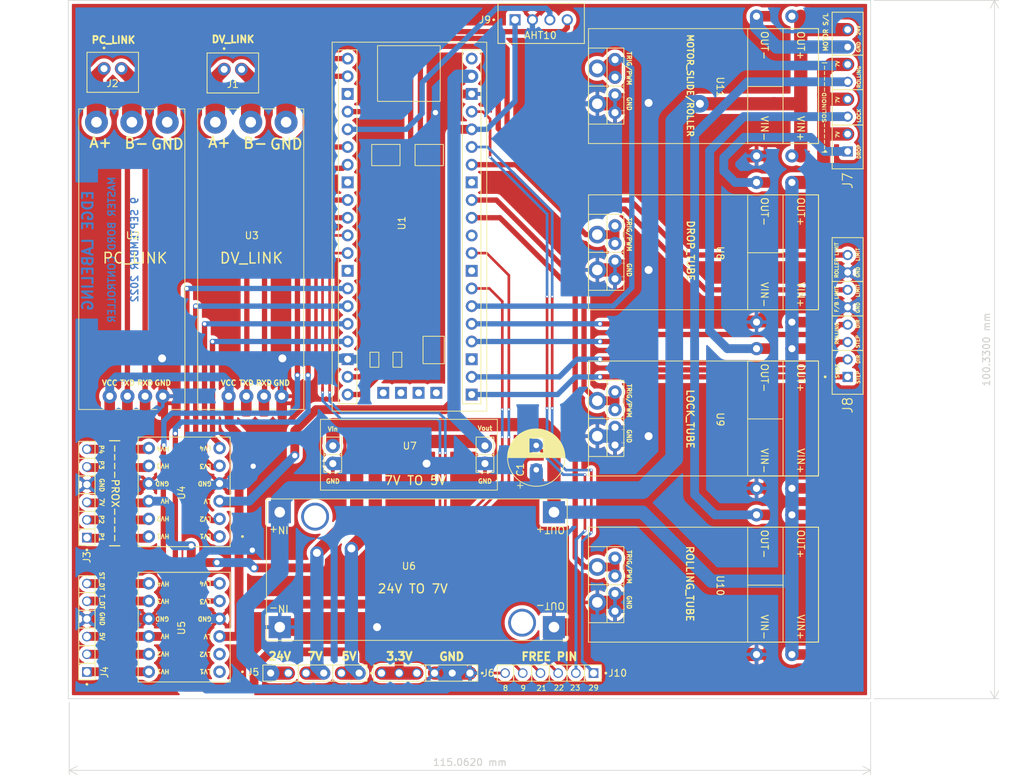
<source format=kicad_pcb>
(kicad_pcb (version 20211014) (generator pcbnew)
  (layers (0 "F.Cu" signal) (31 "B.Cu" signal) (34 "B.Paste" user) (35 "F.Paste" user) (36 "B.SilkS" user "B.Silkscreen") (37 "F.SilkS" user "F.Silkscreen") (38 "B.Mask" user) (39 "F.Mask" user) (44 "Edge.Cuts" user))
  (net 0 "")
  (net 2 "Rolling_Solinoid")
  (net 3 "Lock_Solinoid")
  (net 4 "Drop_Solinoid")
  (net 5 "PIN_23")
  (net 6 "PIN_29")
  (net 13 "PC_LINK_PIN0")
  (net 14 "PC_LINK_PIN1")
  (net 15 "DV_LINK_PIN4")
  (net 16 "DV_LINK_PIN5")
  (net 17 "3.3V")
  (net 18 "GND")
  (net 20 "7V")
  (net 21 "5V")
  (net 24 "PROX4")
  (net 25 "PROX3")
  (net 26 "PROX2")
  (net 27 "PROX1")
  (net 28 "ST_DT")
  (net 29 "TUBE_DT")
  (net 36 "Net-(J1-Pad1)")
  (net 37 "Net-(J1-Pad2)")
  (net 38 "Net-(J2-Pad1)")
  (net 39 "Net-(J2-Pad2)")
  (net 40 "Net-(J3-Pad1)")
  (net 41 "Net-(J3-Pad2)")
  (net 42 "Net-(J3-Pad5)")
  (net 43 "Net-(J3-Pad6)")
  (net 44 "Net-(J4-Pad1)")
  (net 45 "Net-(J4-Pad2)")
  (net 46 "Net-(J4-Pad5)")
  (net 47 "Net-(J4-Pad6)")
  (net 48 "24V")
  (net 49 "Lock_Tube")
  (net 50 "Drop_Tube")
  (net 51 "Rolling_tube")
  (net 52 "Slide & Rolling")
  (net 53 "Relay_Slide & Rolling")
  (net 54 "Sliding_step")
  (net 55 "Sliding_DIR")
  (net 56 "Rolling_step")
  (net 57 "Rolling_DIR")
  (net 58 "roller_limit")
  (net 59 "F{slash}B_limit")
  (net 60 "SCL")
  (net 61 "SDA")
  (net 62 "PIN_8")
  (net 63 "PIN_9")
  (net 64 "PIN_21")
  (net 65 "PIN_22")
  (footprint "4_CH_Shifter:4_CH_Shifter" (layer "F.Cu") (at 104.6427 130.556 180)
    (fp_text reference "U5")
    (fp_text value "757")
  )
  (footprint "XY_MOS:XY_MOS" (layer "F.Cu") (at 181.102 76.708 -90)
    (fp_text reference "U8")
    (fp_text value "XY_Mos")
  )
  (footprint "8pin:TE_177537-8" (layer "F.Cu") (at 199.898 53.34 90)
    (fp_text reference "J7")
    (fp_text value "177537-8")
  )
  (footprint "6pin:TE_3-644456-6" (layer "F.Cu") (at 129.7605 137.033 180)
    (fp_text reference "J5")
    (fp_text value "3-644456-6-6pin")
  )
  (footprint "2pin:JST_B2B-XH-A(LF)(SN)" (layer "F.Cu") (at 94.3864 50.1944 180)
    (fp_text reference "J2")
    (fp_text value "B2B-XH-A(LF)(SN)")
  )
  (footprint "6pin:TE_3-644456-6" (layer "F.Cu") (at 90.678 117.5685 90)
    (fp_text reference "J3")
    (fp_text value "3-644456-6-6pin")
  )
  (footprint "RS485_MODULE:RS485_MODULE" (layer "F.Cu") (at 97.282 74.676)
    (fp_text reference "U2")
    (fp_text value "RS485_Module")
  )
  (footprint "6pin:TE_3-644456-6" (layer "F.Cu") (at 163.4155 137.033 180)
    (fp_text reference "J10")
    (fp_text value "3-644456-6-6pin")
  )
  (footprint "Regurator_Module:24V_TO_7V_43mm_x_20mm" (layer "F.Cu") (at 137.287 121.158 180)
    (fp_text reference "U6")
    (fp_text value "24V_TO_7V_43mm_x_20mm")
  )
  (footprint "4_CH_Shifter:4_CH_Shifter" (layer "F.Cu") (at 104.6427 111.125 180)
    (fp_text reference "U4")
    (fp_text value "757")
  )
  (footprint "4pin:JST_B4B-XH-A(LF)(SN)" (layer "F.Cu") (at 152.146 43.18)
    (fp_text reference "J9")
    (fp_text value "B4B-XH-A(LF)(SN)")
  )
  (footprint "RS485_MODULE:RS485_MODULE" (layer "F.Cu") (at 114.3508 74.676)
    (fp_text reference "U3")
    (fp_text value "RS485_Module")
  )
  (footprint "Capacitor_THT:CP_Radial_D8.0mm_P3.50mm" (layer "F.Cu") (at 155.194 107.823 90)
    (fp_text reference "C1")
    (fp_text value "C")
  )
  (footprint "XY_MOS:XY_MOS" (layer "F.Cu") (at 181.102 52.832 -90)
    (fp_text reference "U11")
    (fp_text value "XY_Mos")
  )
  (footprint "XY_MOS:XY_MOS" (layer "F.Cu") (at 181.102 100.584 -90)
    (fp_text reference "U9")
    (fp_text value "XY_Mos")
  )
  (footprint "6pin:TE_3-644456-6" (layer "F.Cu") (at 145.669 137.033 180)
    (fp_text reference "J6")
    (fp_text value "3-644456-6-6pin")
  )
  (footprint "Regurator_Module:7V_TO_5V_Module" (layer "F.Cu") (at 137.033 104.902)
    (fp_text reference "U7")
    (fp_text value "7V_TO_5V_Module")
  )
  (footprint "RP2040_CHINA:RP2040_CHINA" (layer "F.Cu") (at 136.906 72.898)
    (fp_text reference "U1")
    (fp_text value "WeAct-RP2040-Pico")
  )
  (footprint "2pin:JST_B2B-XH-A(LF)(SN)" (layer "F.Cu") (at 111.633 50.296 180)
    (fp_text reference "J1")
    (fp_text value "B2B-XH-A(LF)(SN)")
  )
  (footprint "8pin:TE_177537-8" (layer "F.Cu") (at 199.898 85.725 90)
    (fp_text reference "J8")
    (fp_text value "177537-8")
  )
  (footprint "XY_MOS:XY_MOS" (layer "F.Cu") (at 181.102 124.46 -90)
    (fp_text reference "U10")
    (fp_text value "XY_Mos")
  )
  (footprint "6pin:TE_3-644456-6" (layer "F.Cu") (at 90.678 136.8725 90)
    (fp_text reference "J4")
    (fp_text value "3-644456-6-6pin")
  )
  (gr_line (start 197.673 58.293) (end 202.057 58.293) (layer "F.SilkS") (width 0.15))
  (gr_line (start 159.6136 138.1506) (end 159.6136 135.89) (layer "F.SilkS") (width 0.15))
  (gr_line (start 121.031 138.176) (end 121.031 135.89) (layer "F.SilkS") (width 0.15))
  (gr_line (start 91.821 133.096) (end 89.535 133.096) (layer "F.SilkS") (width 0.15))
  (gr_line (start 154.5336 138.176) (end 154.5336 135.89) (layer "F.SilkS") (width 0.15))
  (gr_line (start 91.821 116.332) (end 89.535 116.332) (layer "F.SilkS") (width 0.15))
  (gr_line (start 91.821 135.636) (end 89.535 135.636) (layer "F.SilkS") (width 0.15))
  (gr_line (start 91.821 128.016) (end 89.535 128.016) (layer "F.SilkS") (width 0.15))
  (gr_line (start 197.673 53.213) (end 202.057 53.213) (layer "F.SilkS") (width 0.15))
  (gr_line (start 139.319 138.201) (end 139.319 135.915) (layer "F.SilkS") (width 0.15))
  (gr_line (start 197.673 80.772) (end 202.057 80.772) (layer "F.SilkS") (width 0.15))
  (gr_line (start 197.673 85.725) (end 202.057 85.725) (layer "F.SilkS") (width 0.15))
  (gr_line (start 91.821 130.556) (end 89.535 130.556) (layer "F.SilkS") (width 0.15))
  (gr_line (start 125.984 138.176) (end 125.984 135.89) (layer "F.SilkS") (width 0.15))
  (gr_line (start 162.1028 138.176) (end 162.1028 135.89) (layer "F.SilkS") (width 0.15))
  (gr_line (start 157.0655 138.151) (end 157.0655 135.9408) (layer "F.SilkS") (width 0.15))
  (gr_line (start 197.706 48.26) (end 202.09 48.26) (layer "F.SilkS") (width 0.15))
  (gr_line (start 91.821 111.252) (end 89.535 111.252) (layer "F.SilkS") (width 0.15))
  (gr_line (start 91.821 113.792) (end 89.535 113.792) (layer "F.SilkS") (width 0.15))
  (gr_line (start 91.821 125.476) (end 89.535 125.476) (layer "F.SilkS") (width 0.15))
  (gr_line (start 91.821 106.172) (end 89.535 106.172) (layer "F.SilkS") (width 0.15))
  (gr_line (start 151.9428 138.1506) (end 151.9428 135.89) (layer "F.SilkS") (width 0.15))
  (gr_line (start 197.739 90.678) (end 202.057 90.678) (layer "F.SilkS") (width 0.15))
  (gr_line (start 91.821 108.712) (end 89.535 108.712) (layer "F.SilkS") (width 0.15))
  (gr_line (start 88.011 140.716) (end 203.2 140.716) (layer "Edge.Cuts") (width 0.1))
  (gr_line (start 203.2 40.386) (end 88.011 40.386) (layer "Edge.Cuts") (width 0.1))
  (gr_line (start 88.011 40.386) (end 88.011 140.716) (layer "Edge.Cuts") (width 0.1))
  (gr_line (start 203.2 140.716) (end 203.2 40.386) (layer "Edge.Cuts") (width 0.1))
  (gr_text "EDGE LABELING" (at 90.805 76.327 90) (layer "B.Cu") (effects (font (size 1.5 1.5) (thickness 0.3)) (justify mirror)))
  (gr_text "MASTER BORD CONTROLLER\n\n9 SEPTEMBER 2022" (at 95.885 76.2 90) (layer "B.Cu") (effects (font (size 1.016 1.016) (thickness 0.1905)) (justify mirror)))
  (gr_text "DROP_TUBE" (at 177.3428 76.3524 270) (layer "F.SilkS") (effects (font (size 1.016 1.016) (thickness 0.1905))))
  (gr_text "7V\n" (at 198.4756 54.7116 90) (layer "F.SilkS") (effects (font (size 0.508 0.508) (thickness 0.127))))
  (gr_text "9\n" (at 153.3144 139.192) (layer "F.SilkS") (effects (font (size 0.762 0.762) (thickness 0.127))))
  (gr_text "7V\n" (at 92.8116 112.4712 270) (layer "F.SilkS") (effects (font (size 0.635 0.635))))
  (gr_text "3.3V\n" (at 135.5344 134.62) (layer "F.SilkS") (effects (font (size 1.143 1.143) (thickness 0.28575))))
  (gr_text "23" (at 160.782 139.1412) (layer "F.SilkS") (effects (font (size 0.762 0.762) (thickness 0.127))))
  (gr_text "STEP" (at 201.3712 89.408 90) (layer "F.SilkS") (effects (font (size 0.508 0.508) (thickness 0.127))))
  (gr_text "F/B LIMIT\n" (at 198.3232 83.312 90) (layer "F.SilkS") (effects (font (size 0.508 0.508) (thickness 0.127))))
  (gr_text "T_DT" (at 92.8624 126.7968 270) (layer "F.SilkS") (effects (font (size 0.635 0.635))))
  (gr_text "5V\n" (at 92.8624 131.7752 270) (layer "F.SilkS") (effects (font (size 0.635 0.635))))
  (gr_text "GND" (at 201.3712 79.4512 90) (layer "F.SilkS") (effects (font (size 0.508 0.508) (thickness 0.127))))
  (gr_text "P4" (at 92.7608 104.902 270) (layer "F.SilkS") (effects (font (size 0.635 0.635))))
  (gr_text "21" (at 155.956 139.192) (layer "F.SilkS") (effects (font (size 0.762 0.762) (thickness 0.127))))
  (gr_text "GND" (at 92.8116 110.0328 270) (layer "F.SilkS") (effects (font (size 0.635 0.635))))
  (gr_text "LOCK\n" (at 201.5236 56.9468 90) (layer "F.SilkS") (effects (font (size 0.508 0.508) (thickness 0.127))))
  (gr_text "|-----SOLINOID-----|\n" (at 196.5452 55.7784 90) (layer "F.SilkS") (effects (font (size 0.508 0.635) (thickness 0.127))))
  (gr_text "SLIDE" (at 198.4248 93.6244 90) (layer "F.SilkS") (effects (font (size 0.508 0.508) (thickness 0.127))))
  (gr_text "ROLLER LIMIT\n" (at 198.3232 77.724 90) (layer "F.SilkS") (effects (font (size 0.508 0.508) (thickness 0.127))))
  (gr_text "ROLLING\n" (at 198.374 88.2396 90) (layer "F.SilkS") (effects (font (size 0.508 0.508) (thickness 0.127))))
  (gr_text "LOCK_TUBE" (at 177.292 100.5332 270) (layer "F.SilkS") (effects (font (size 1.016 1.016) (thickness 0.1905))))
  (gr_text "22\n" (at 158.4452 139.1412) (layer "F.SilkS") (effects (font (size 0.762 0.762) (thickness 0.127))))
  (gr_text "GND" (at 201.3712 84.5312 90) (layer "F.SilkS") (effects (font (size 0.508 0.508) (thickness 0.127))))
  (gr_text "ROLLING" (at 201.5236 51.4096 90) (layer "F.SilkS") (effects (font (size 0.508 0.508) (thickness 0.127))))
  (gr_text "P1" (at 92.7608 117.5004 270) (layer "F.SilkS") (effects (font (size 0.635 0.635))))
  (gr_text "MOTOR_SLIDE/ROLLER" (at 177.292 52.6288 270) (layer "F.SilkS") (effects (font (size 0.889 0.889) (thickness 0.1905))))
  (gr_text "MOTOR S/L" (at 196.7484 44.958 90) (layer "F.SilkS") (effects (font (size 0.635 0.635))))
  (gr_text "PC_LINK" (at 94.488 46.0756) (layer "F.SilkS") (effects (font (size 1.016 1.016) (thickness 0.254))))
  (gr_text "24V" (at 201.4728 44.704 90) (layer "F.SilkS") (effects (font (size 0.508 0.508) (thickness 0.127))))
  (gr_text "|----PROX----|" (at 94.742 111.2012 270) (layer "F.SilkS") (effects (font (size 1.016 1.016) (thickness 0.1778))))
  (gr_text "7V TO 5V" (at 137.8204 109.3724) (layer "F.SilkS") (effects (font (size 1.27 1.27) (thickness 0.1905))))
  (gr_text "AHT10" (at 155.8036 45.4152) (layer "F.SilkS") (effects (font (size 1.016 1.016))))
  (gr_text "7V\n" (at 198.4756 49.53 90) (layer "F.SilkS") (effects (font (size 0.508 0.508) (thickness 0.127))))
  (gr_text "P2" (at 92.7608 114.9604 270) (layer "F.SilkS") (effects (font (size 0.635 0.635))))
  (gr_text "LIMIT\n" (at 201.3712 82.0928 90) (layer "F.SilkS") (effects (font (size 0.508 0.508) (thickness 0.127))))
  (gr_text "GND" (at 201.4728 47.0916 90) (layer "F.SilkS") (effects (font (size 0.508 0.508) (thickness 0.127))))
  (gr_text "DIR" (at 201.3712 86.868 90) (layer "F.SilkS") (effects (font (size 0.508 0.508) (thickness 0.127))))
  (gr_text "7V" (at 123.444 134.62) (layer "F.SilkS") (effects (font (size 1.143 1.143) (thickness 0.28575))))
  (gr_text "DROP" (at 201.5236 62.1284 90) (layer "F.SilkS") (effects (font (size 0.508 0.508) (thickness 0.127))))
  (gr_text "STEP" (at 201.422 94.5388 90) (layer "F.SilkS") (effects (font (size 0.508 0.508) (thickness 0.127))))
  (gr_text "DV_LINK" (at 114.3 77.4192) (layer "F.SilkS") (effects (font (size 1.524 1.524) (thickness 0.2032))))
  (gr_text "DIR" (at 201.422 91.948 90) (layer "F.SilkS") (effects (font (size 0.508 0.508) (thickness 0.127))))
  (gr_text "PC_LINK" (at 97.5868 77.4192) (layer "F.SilkS") (effects (font (size 1.524 1.524) (thickness 0.2032))))
  (gr_text "LIMIT\n" (at 201.3712 76.9112 90) (layer "F.SilkS") (effects (font (size 0.508 0.508) (thickness 0.127))))
  (gr_text "5V\n" (at 128.3208 134.62) (layer "F.SilkS") (effects (font (size 1.143 1.143) (thickness 0.28575))))
  (gr_text "P3\n" (at 92.7608 107.1372 270) (layer "F.SilkS") (effects (font (size 0.635 0.635))))
  (gr_text "GND\n" (at 143.0528 134.6708) (layer "F.SilkS") (effects (font (size 1.143 1.143) (thickness 0.28575))))
  (gr_text "24V" (at 118.364 134.62) (layer "F.SilkS") (effects (font (size 1.143 1.143) (thickness 0.28575))))
  (gr_text "29" (at 163.4236 139.1412) (layer "F.SilkS") (effects (font (size 0.762 0.762) (thickness 0.127))))
  (gr_text "8" (at 150.7744 139.192) (layer "F.SilkS") (effects (font (size 0.762 0.762) (thickness 0.127))))
  (gr_text "ROLLING_TUBE" (at 177.2412 124.206 270) (layer "F.SilkS") (effects (font (size 1.016 1.016) (thickness 0.1905))))
  (gr_text "ST_DT" (at 92.8116 123.8504 270) (layer "F.SilkS") (effects (font (size 0.635 0.635))))
  (gr_text "DV_LINK" (at 111.6584 45.974) (layer "F.SilkS") (effects (font (size 1.016 1.016) (thickness 0.254))))
  (gr_text "FREE PIN\n" (at 157.0736 134.6708) (layer "F.SilkS") (effects (font (size 1.143 1.143) (thickness 0.28575))))
  (gr_text "24V TO 7V" (at 137.4648 124.9172) (layer "F.SilkS") (effects (font (size 1.27 1.27) (thickness 0.1905))))
  (gr_text "7V\n" (at 198.4756 59.69 90) (layer "F.SilkS") (effects (font (size 0.508 0.508) (thickness 0.127))))
  (gr_text "GND" (at 92.8624 129.2352 270) (layer "F.SilkS") (effects (font (size 0.635 0.635))))
  (dimension (type aligned) (layer "Edge.Cuts") (pts (xy 88.138 140.716) (xy 203.2 140.716)) (height 10.287) (gr_text "4.5300 in" (at 145.669 149.853) (layer "Edge.Cuts") (effects (font (size 1 1) (thickness 0.15)))) (format (units 3) (units_format 1) (precision 4)) (style (thickness 0.1) (arrow_length 1.27) (text_position_mode 0) (extension_height 0.58642) (extension_offset 0.5) keep_text_aligned))
  (dimension (type aligned) (layer "Edge.Cuts") (pts (xy 203.2 140.716) (xy 203.2 40.386)) (height 17.78) (gr_text "3.9500 in" (at 219.83 90.551 90) (layer "Edge.Cuts") (effects (font (size 1 1) (thickness 0.15)))) (format (units 3) (units_format 1) (precision 4)) (style (thickness 0.1) (arrow_length 1.27) (text_position_mode 0) (extension_height 0.58642) (extension_offset 0.5) keep_text_aligned))
  (segment (start 160.782 82.423) (end 149.975 71.616) (width 0.762) (layer "F.Cu") (net 2))
  (segment (start 149.975 71.616) (end 145.923 71.616) (width 0.762) (layer "F.Cu") (net 2))
  (segment (start 166.497 121.92) (end 166.37 121.793) (width 1.27) (layer "F.Cu") (net 2))
  (segment (start 166.497 121.92) (end 166.497 120.523) (width 1.27) (layer "F.Cu") (net 2))
  (segment (start 166.497 123.063) (end 166.497 121.92) (width 1.27) (layer "F.Cu") (net 2))
  (segment (start 160.782 120.396) (end 160.782 82.423) (width 0.762) (layer "F.Cu") (net 2))
  (segment (start 166.37 121.793) (end 163.957 121.793) (width 1.27) (layer "F.Cu") (net 2))
  (segment (start 162.179 121.793) (end 160.782 120.396) (width 0.762) (layer "F.Cu") (net 2))
  (segment (start 163.957 121.793) (end 162.179 121.793) (width 0.762) (layer "F.Cu") (net 2))
  (segment (start 162.052 96.012) (end 162.052 81.661) (width 0.762) (layer "F.Cu") (net 3))
  (segment (start 166.497 97.917) (end 166.497 96.647) (width 1.27) (layer "F.Cu") (net 3))
  (segment (start 166.497 97.917) (end 163.957 97.917) (width 1.27) (layer "F.Cu") (net 3))
  (segment (start 162.052 81.661) (end 149.467 69.076) (width 0.762) (layer "F.Cu") (net 3))
  (segment (start 149.467 69.076) (end 145.923 69.076) (width 0.762) (layer "F.Cu") (net 3))
  (segment (start 166.497 99.187) (end 166.497 97.917) (width 1.27) (layer "F.Cu") (net 3))
  (segment (start 163.957 97.917) (end 162.052 96.012) (width 0.762) (layer "F.Cu") (net 3))
  (segment (start 166.497 73.914) (end 166.37 74.041) (width 1.27) (layer "F.Cu") (net 4))
  (segment (start 162.33 74.041) (end 152.285 63.996) (width 0.762) (layer "F.Cu") (net 4))
  (segment (start 166.497 73.914) (end 166.497 72.771) (width 1.27) (layer "F.Cu") (net 4))
  (segment (start 166.37 74.041) (end 163.957 74.041) (width 1.27) (layer "F.Cu") (net 4))
  (segment (start 152.285 63.996) (end 145.923 63.996) (width 0.762) (layer "F.Cu") (net 4))
  (segment (start 166.497 75.311) (end 166.497 73.914) (width 1.27) (layer "F.Cu") (net 4))
  (segment (start 163.957 74.041) (end 162.33 74.041) (width 0.762) (layer "F.Cu") (net 4))
  (segment (start 148.5646 57.4294) (end 148.5646 59.8932) (width 0.381) (layer "F.Cu") (net 5))
  (segment (start 147.5112 56.376) (end 148.3106 57.1754) (width 0.381) (layer "F.Cu") (net 5))
  (segment (start 156.7434 98.9838) (end 156.7434 82.931) (width 0.381) (layer "F.Cu") (net 5))
  (segment (start 162.179 108.5342) (end 162.179 116.586) (width 0.381) (layer "F.Cu") (net 5))
  (segment (start 148.5646 59.8932) (end 148.5646 62.9158) (width 0.381) (layer "F.Cu") (net 5))
  (segment (start 148.5646 59.8932) (end 148.5646 60.198) (width 0.381) (layer "F.Cu") (net 5))
  (segment (start 148.3106 57.1754) (end 148.5646 57.4294) (width 0.381) (layer "F.Cu") (net 5))
  (segment (start 145.923 56.376) (end 147.5112 56.376) (width 0.381) (layer "F.Cu") (net 5))
  (via (at 162.179 116.586) (size 0.381) (drill 0.254) (layers "F.Cu" "B.Cu") (net 5))
  (via (at 148.5646 62.9158) (size 0.381) (drill 0.254) (layers "F.Cu" "B.Cu") (net 5))
  (via (at 162.179 108.5342) (size 0.381) (drill 0.254) (layers "F.Cu" "B.Cu") (net 5))
  (via (at 156.7434 82.931) (size 0.381) (drill 0.254) (layers "F.Cu" "B.Cu") (net 5))
  (via (at 156.7434 98.9838) (size 0.381) (drill 0.254) (layers "F.Cu" "B.Cu") (net 5))
  (segment (start 156.7434 72.5932) (end 156.7434 82.931) (width 0.381) (layer "B.Cu") (net 5))
  (segment (start 156.7434 98.9838) (end 156.7434 106.1974) (width 0.381) (layer "B.Cu") (net 5))
  (segment (start 160.909 137.033) (end 160.909 117.856) (width 0.381) (layer "B.Cu") (net 5))
  (segment (start 156.7434 106.1974) (end 157.4292 106.8832) (width 0.381) (layer "B.Cu") (net 5))
  (segment (start 160.8755 137.033) (end 160.8755 117.8895) (width 0.381) (layer "B.Cu") (net 5))
  (segment (start 159.0802 108.5342) (end 162.179 108.5342) (width 0.381) (layer "B.Cu") (net 5))
  (segment (start 157.4292 106.8832) (end 159.0802 108.5342) (width 0.381) (layer "B.Cu") (net 5))
  (segment (start 148.5646 62.9158) (end 156.7434 71.0946) (width 0.381) (layer "B.Cu") (net 5))
  (segment (start 160.909 117.856) (end 162.179 116.586) (width 0.381) (layer "B.Cu") (net 5))
  (segment (start 160.8755 117.8895) (end 162.179 116.586) (width 0.381) (layer "B.Cu") (net 5))
  (segment (start 156.7434 71.0946) (end 156.7434 72.5932) (width 0.381) (layer "B.Cu") (net 5))
  (segment (start 163.0934 107.8738) (end 163.0934 116.84) (width 0.381) (layer "F.Cu") (net 6))
  (segment (start 157.48 98.9838) (end 157.48 82.931) (width 0.381) (layer "F.Cu") (net 6))
  (via (at 163.0934 107.8738) (size 0.381) (drill 0.254) (layers "F.Cu" "B.Cu") (net 6))
  (via (at 157.48 82.931) (size 0.381) (drill 0.254) (layers "F.Cu" "B.Cu") (net 6))
  (via (at 163.0934 116.84) (size 0.381) (drill 0.254) (layers "F.Cu" "B.Cu") (net 6))
  (via (at 157.48 98.9838) (size 0.381) (drill 0.254) (layers "F.Cu" "B.Cu") (net 6))
  (segment (start 157.48 70.739) (end 148.197 61.456) (width 0.381) (layer "B.Cu") (net 6))
  (segment (start 159.4612 107.8738) (end 163.0934 107.8738) (width 0.381) (layer "B.Cu") (net 6))
  (segment (start 161.8234 135.4074) (end 161.798 135.4074) (width 0.381) (layer "B.Cu") (net 6))
  (segment (start 163.4155 136.8725) (end 161.798 135.255) (width 0.381) (layer "B.Cu") (net 6))
  (segment (start 163.0934 116.84) (end 161.798 118.1354) (width 0.381) (layer "B.Cu") (net 6))
  (segment (start 157.48 105.8926) (end 158.0642 106.4768) (width 0.381) (layer "B.Cu") (net 6))
  (segment (start 161.798 135.255) (end 161.798 135.4074) (width 0.381) (layer "B.Cu") (net 6))
  (segment (start 158.0642 106.4768) (end 159.4612 107.8738) (width 0.381) (layer "B.Cu") (net 6))
  (segment (start 163.4155 137.033) (end 163.4155 136.8725) (width 0.381) (layer "B.Cu") (net 6))
  (segment (start 157.48 82.931) (end 157.48 70.739) (width 0.381) (layer "B.Cu") (net 6))
  (segment (start 157.48 98.9838) (end 157.48 105.8926) (width 0.381) (layer "B.Cu") (net 6))
  (segment (start 163.449 137.033) (end 161.8234 135.4074) (width 0.381) (layer "B.Cu") (net 6))
  (segment (start 161.798 118.1354) (end 161.798 135.255) (width 0.381) (layer "B.Cu") (net 6))
  (segment (start 148.197 61.456) (end 145.923 61.456) (width 0.381) (layer "B.Cu") (net 6))
  (segment (start 122.047 59.182) (end 122.047 51.562) (width 0.762) (layer "F.Cu") (net 13))
  (segment (start 96.4946 97.2566) (end 96.4946 62.6364) (width 0.762) (layer "F.Cu") (net 13))
  (segment (start 120.142 61.087) (end 122.047 59.182) (width 0.762) (layer "F.Cu") (net 13))
  (segment (start 124.853 48.756) (end 128.116 48.756) (width 0.762) (layer "F.Cu") (net 13))
  (segment (start 98.044 61.087) (end 120.142 61.087) (width 0.762) (layer "F.Cu") (net 13))
  (segment (start 96.4946 62.6364) (end 98.044 61.087) (width 0.762) (layer "F.Cu") (net 13))
  (segment (start 122.047 51.562) (end 124.853 48.756) (width 0.762) (layer "F.Cu") (net 13))
  (segment (start 120.65 62.23) (end 123.825 59.055) (width 0.762) (layer "F.Cu") (net 14))
  (segment (start 99.0346 98.2726) (end 99.0346 63.2714) (width 0.762) (layer "F.Cu") (net 14))
  (segment (start 99.0346 63.4746) (end 99.0346 97.2566) (width 0.762) (layer "F.Cu") (net 14))
  (segment (start 100.076 62.23) (end 120.65 62.23) (width 0.762) (layer "F.Cu") (net 14))
  (segment (start 123.825 52.324) (end 124.853 51.296) (width 0.762) (layer "F.Cu") (net 14))
  (segment (start 99.0346 63.2714) (end 100.076 62.23) (width 0.762) (layer "F.Cu") (net 14))
  (segment (start 124.853 51.296) (end 128.116 51.296) (width 0.762) (layer "F.Cu") (net 14))
  (segment (start 123.825 59.055) (end 123.825 52.324) (width 0.762) (layer "F.Cu") (net 14))
  (segment (start 113.6396 97.2566) (end 113.6396 66.7004) (width 0.762) (layer "F.Cu") (net 15))
  (segment (start 113.6396 66.7004) (end 116.967 63.373) (width 0.762) (layer "F.Cu") (net 15))
  (segment (start 121.412 63.373) (end 123.329 61.456) (width 0.762) (layer "F.Cu") (net 15))
  (segment (start 116.967 63.373) (end 121.412 63.373) (width 0.762) (layer "F.Cu") (net 15))
  (segment (start 123.329 61.456) (end 128.116 61.456) (width 0.762) (layer "F.Cu") (net 15))
  (segment (start 127.381 64.516) (end 118.745 64.516) (width 0.762) (layer "F.Cu") (net 16))
  (segment (start 118.745 64.516) (end 116.1796 67.0814) (width 0.762) (layer "F.Cu") (net 16))
  (segment (start 128.116 63.996) (end 127.901 63.996) (width 0.762) (layer "F.Cu") (net 16))
  (segment (start 116.1796 67.0814) (end 116.1796 97.2566) (width 0.762) (layer "F.Cu") (net 16))
  (segment (start 127.901 63.996) (end 127.381 64.516) (width 0.762) (layer "F.Cu") (net 16))
  (segment (start 112.522 131.699) (end 112.522 130.937) (width 1.27) (layer "F.Cu") (net 17))
  (segment (start 134.62 127.127) (end 112.776 127.127) (width 1.27) (layer "F.Cu") (net 17))
  (segment (start 144.03 58.916) (end 143.256 59.69) (width 1.27) (layer "F.Cu") (net 17))
  (segment (start 142.113 99.187) (end 123.571 99.187) (width 1.27) (layer "F.Cu") (net 17))
  (segment (start 123.571 99.187) (end 120.523 102.235) (width 1.27) (layer "F.Cu") (net 17))
  (segment (start 111.0996 97.2566) (end 111.0996 101.4476) (width 1.27) (layer "F.Cu") (net 17))
  (segment (start 111.0996 101.4476) (end 112.522 102.87) (width 1.27) (layer "F.Cu") (net 17))
  (segment (start 132.969 137.033) (end 135.509 137.033) (width 1.905) (layer "F.Cu") (net 17))
  (segment (start 112.522 112.903) (end 112.522 126.873) (width 1.27) (layer "F.Cu") (net 17))
  (segment (start 138.049 137.033) (end 135.509 137.033) (width 1.905) (layer "F.Cu") (net 17))
  (segment (start 145.923 58.916) (end 144.03 58.916) (width 1.27) (layer "F.Cu") (net 17))
  (segment (start 112.2045 112.5855) (end 109.728 112.5855) (width 1.27) (layer "F.Cu") (net 17))
  (segment (start 143.256 98.044) (end 142.113 99.187) (width 1.27) (layer "F.Cu") (net 17))
  (segment (start 109.7227 131.7625) (end 112.4585 131.7625) (width 1.27) (layer "F.Cu") (net 17))
  (segment (start 135.509 128.016) (end 134.62 127.127) (width 1.27) (layer "F.Cu") (net 17))
  (segment (start 135.509 137.033) (end 135.509 128.016) (width 1.27) (layer "F.Cu") (net 17))
  (segment (start 112.776 127.127) (end 112.522 126.873) (width 1.27) (layer "F.Cu") (net 17))
  (segment (start 112.522 126.873) (end 112.522 130.937) (width 1.27) (layer "F.Cu") (net 17))
  (segment (start 112.522 112.903) (end 112.522 102.87) (width 1.27) (layer "F.Cu") (net 17))
  (segment (start 120.523 102.235) (end 120.523 105.791) (width 1.27) (layer "F.Cu") (net 17))
  (segment (start 112.522 112.903) (end 112.2045 112.5855) (width 1.27) (layer "F.Cu") (net 17))
  (segment (start 143.256 59.69) (end 143.256 98.044) (width 1.27) (layer "F.Cu") (net 17))
  (segment (start 109.728 131.7625) (end 111.6965 131.7625) (width 1.27) (layer "F.Cu") (net 17))
  (segment (start 112.4585 131.7625) (end 112.522 131.699) (width 1.27) (layer "F.Cu") (net 17))
  (via (at 120.523 105.791) (size 1.27) (drill 0.762) (layers "F.Cu" "B.Cu") (net 17))
  (segment (start 111.0996 95.3516) (end 111.0996 97.2566) (width 1.27) (layer "B.Cu") (net 17))
  (segment (start 93.9546 95.4024) (end 94.869 94.488) (width 1.27) (layer "B.Cu") (net 17))
  (segment (start 110.236 94.488) (end 111.0996 95.3516) (width 1.27) (layer "B.Cu") (net 17))
  (segment (start 152.146 43.18) (end 152.146 54.864) (width 0.762) (layer "B.Cu") (net 17))
  (segment (start 94.869 94.488) (end 110.236 94.488) (width 1.27) (layer "B.Cu") (net 17))
  (segment (start 93.9546 97.2566) (end 93.9546 95.4024) (width 1.27) (layer "B.Cu") (net 17))
  (segment (start 120.523 105.791) (end 113.9825 112.3315) (width 1.27) (layer "B.Cu") (net 17))
  (segment (start 148.094 58.916) (end 145.923 58.916) (width 0.762) (layer "B.Cu") (net 17))
  (segment (start 113.9825 112.3315) (end 109.7227 112.3315) (width 1.27) (layer "B.Cu") (net 17))
  (segment (start 152.146 54.864) (end 148.094 58.916) (width 0.762) (layer "B.Cu") (net 17))
  (segment (start 166.497 103.251) (end 166.243 102.997) (width 1.27) (layer "F.Cu") (net 18))
  (segment (start 167.581595 126.873) (end 171.323 123.131595) (width 1.905) (layer "F.Cu") (net 18))
  (segment (start 166.497 104.267) (end 166.497 103.251) (width 1.27) (layer "F.Cu") (net 18))
  (segment (start 166.497 125.603) (end 166.497 126.746) (width 1.27) (layer "F.Cu") (net 18))
  (segment (start 166.497 126.746) (end 166.497 128.143) (width 1.27) (layer "F.Cu") (net 18))
  (segment (start 99.471 109.9485) (end 99.568 110.0455) (width 1.27) (layer "F.Cu") (net 18))
  (segment (start 145.923 53.836) (end 141.744 53.836) (width 1.27) (layer "F.Cu") (net 18))
  (segment (start 115.3795 102.2985) (end 117.7925 102.2985) (width 1.27) (layer "F.Cu") (net 18))
  (segment (start 163.957 129.159) (end 163.957 126.873) (width 2.54) (layer "F.Cu") (net 18))
  (segment (start 117.7925 102.2985) (end 118.7196 101.3714) (width 1.27) (layer "F.Cu") (net 18))
  (segment (start 101.5746 91.9226) (end 101.5746 97.2566) (width 1.27) (layer "F.Cu") (net 18))
  (segment (start 172.466 86.614) (end 171.323 85.471) (width 1.905) (layer "F.Cu") (net 18))
  (segment (start 90.678 129.2525) (end 99.538 129.2525) (width 1.27) (layer "F.Cu") (net 18))
  (segment (start 118.7196 100.2284) (end 118.7196 97.2566) (width 1.27) (layer "F.Cu") (net 18))
  (segment (start 166.497 80.391) (end 166.497 79.121) (width 1.27) (layer "F.Cu") (net 18))
  (segment (start 163.957 55.245) (end 171.196 55.245) (width 1.905) (layer "F.Cu") (net 18))
  (segment (start 118.745 91.821) (end 118.7196 91.8464) (width 1.27) (layer "F.Cu") (net 18))
  (segment (start 172.466 62.738) (end 171.323 61.595) (width 1.905) (layer "F.Cu") (net 18))
  (segment (start 90.678 109.9485) (end 99.471 109.9485) (width 1.27) (layer "F.Cu") (net 18))
  (segment (start 157.734 130.429) (end 163.068 130.429) (width 2.54) (layer "F.Cu") (net 18))
  (segment (start 188.956 84.475) (end 199.898 84.475) (width 1.27) (layer "F.Cu") (net 18))
  (segment (start 101.473 91.821) (end 101.5746 91.9226) (width 1.27) (layer "F.Cu") (net 18))
  (segment (start 171.323 123.131595) (end 171.323 110.744) (width 1.905) (layer "F.Cu") (net 18))
  (segment (start 139.446 106.934) (end 139.446 131.699) (width 1.905) (layer "F.Cu") (net 18))
  (segment (start 132.334 130.429) (end 118.364 130.429) (width 2.54) (layer "F.Cu") (net 18))
  (segment (start 171.323 85.471) (end 171.323 79.121) (width 1.905) (layer "F.Cu") (net 18))
  (segment (start 114.554 103.124) (end 115.3795 102.2985) (width 1.27) (layer "F.Cu") (net 18))
  (segment (start 139.446 131.699) (end 143.129 135.382) (width 1.905) (layer "F.Cu") (net 18))
  (segment (start 166.497 79.121) (end 166.497 77.851) (width 1.27) (layer "F.Cu") (net 18))
  (segment (start 114.554 107.315) (end 114.554 119.253) (width 1.27) (layer "F.Cu") (net 18))
  (segment (start 109.7227 129.2225) (end 99.5627 129.2225) (width 1.27) (layer "F.Cu") (net 18))
  (segment (start 143.129 135.382) (end 143.129 137.033) (width 1.905) (layer "F.Cu") (net 18))
  (segment (start 166.497 126.746) (end 166.37 126.873) (width 1.27) (layer "F.Cu") (net 18))
  (segment (start 171.323 61.595) (end 171.323 55.118) (width 1.905) (layer "F.Cu") (net 18))
  (segment (start 118.7196 101.3714) (end 118.7196 98.2726) (width 1.27) (layer "F.Cu") (net 18))
  (segment (start 186.817 62.738) (end 172.466 62.738) (width 1.905) (layer "F.Cu") (net 18))
  (segment (start 166.497 79.121) (end 165.227 79.121) (width 1.27) (layer "F.Cu") (net 18))
  (segment (start 171.323 79.121) (end 163.957 79.121) (width 1.905) (layer "F.Cu") (net 18))
  (segment (start 118.7196 91.8464) (end 118.7196 97.2566) (width 1.27) (layer "F.Cu") (net 18))
  (segment (start 186.817 86.614) (end 188.956 84.475) (width 1.27) (layer "F.Cu") (net 18))
  (segment (start 166.497 103.251) (end 166.497 101.727) (width 1.27) (layer "F.Cu") (net 18))
  (segment (start 171.323 110.744) (end 171.323 102.997) (width 1.905) (layer "F.Cu") (net 18))
  (segment (start 186.817 134.366) (end 165.862 134.366) (width 1.905) (layer "F.Cu") (net 18))
  (segment (start 140.589 137.033) (end 145.669 137.033) (width 1.905) (layer "F.Cu") (net 18))
  (segment (start 171.196 55.245) (end 171.323 55.118) (width 1.905) (layer "F.Cu") (net 18))
  (segment (start 166.497 56.515) (end 166.497 53.975) (width 1.27) (layer "F.Cu") (net 18))
  (segment (start 114.554 119.253) (end 114.427 119.38) (width 1.27) (layer "F.Cu") (net 18))
  (segment (start 186.817 86.614) (end 172.466 86.614) (width 1.905) (layer "F.Cu") (net 18))
  (segment (start 165.862 134.366) (end 163.957 132.461) (width 1.905) (layer "F.Cu") (net 18))
  (segment (start 186.817 110.49) (end 171.577 110.49) (width 1.905) (layer "F.Cu") (net 18))
  (segment (start 141.744 53.836) (end 140.716 54.864) (width 1.27) (layer "F.Cu") (net 18))
  (segment (start 166.243 102.997) (end 163.957 102.997) (width 1.27) (layer "F.Cu") (net 18))
  (segment (start 163.957 126.873) (end 167.581595 126.873) (width 1.905) (layer "F.Cu") (net 18))
  (segment (start 163.957 132.461) (end 163.957 126.873) (width 1.905) (layer "F.Cu") (net 18))
  (segment (start 140.716 54.864) (end 140.716 56.515) (width 1.27) (layer "F.Cu") (net 18))
  (segment (start 171.577 110.49) (end 171.323 110.744) (width 1.905) (layer "F.Cu") (net 18))
  (segment (start 114.554 107.315) (end 114.554 103.124) (width 1.27) (layer "F.Cu") (net 18))
  (via (at 171.323 102.997) (size 1.778) (drill 1.143) (layers "F.Cu" "B.Cu") (net 18))
  (via (at 114.427 119.38) (size 1.27) (drill 0.762) (layers "F.Cu" "B.Cu") (net 18))
  (via (at 171.323 55.118) (size 1.778) (drill 1.143) (layers "F.Cu" "B.Cu") (net 18))
  (via (at 118.745 91.821) (size 1.778) (drill 1.143) (layers "F.Cu" "B.Cu") (net 18))
  (via (at 132.334 130.429) (size 1.778) (drill 1.143) (layers "F.Cu" "B.Cu") (net 18))
  (via (at 171.323 79.121) (size 1.778) (drill 1.143) (layers "F.Cu" "B.Cu") (net 18))
  (via (at 139.446 106.934) (size 1.778) (drill 1.143) (layers "F.Cu" "B.Cu") (net 18))
  (via (at 114.554 107.315) (size 1.27) (drill 0.762) (layers "F.Cu" "B.Cu") (net 18))
  (via (at 140.716 56.515) (size 1.27) (drill 0.762) (layers "F.Cu" "B.Cu") (net 18))
  (via (at 101.473 91.821) (size 1.778) (drill 1.143) (layers "F.Cu" "B.Cu") (net 18))
  (segment (start 118.745 91.821) (end 128.001 91.821) (width 1.27) (layer "B.Cu") (net 18))
  (segment (start 171.323 55.118) (end 171.323 102.743) (width 1.905) (layer "B.Cu") (net 18))
  (segment (start 106.807 129.413) (end 106.807 138.303) (width 1.27) (layer "B.Cu") (net 18))
  (segment (start 107.823 139.319) (end 142.24 139.319) (width 1.27) (layer "B.Cu") (net 18))
  (segment (start 155.194 104.323) (end 153.487 104.323) (width 1.905) (layer "B.Cu") (net 18))
  (segment (start 114.554 108.839) (end 114.554 107.315) (width 1.27) (layer "B.Cu") (net 18))
  (segment (start 106.807 138.303) (end 107.823 139.319) (width 1.27) (layer "B.Cu") (net 18))
  (segment (start 139.827 130.429) (end 144.018 130.429) (width 2.54) (layer "B.Cu") (net 18))
  (segment (start 198.521 84.475) (end 197.231 83.185) (width 1.27) (layer "B.Cu") (net 18))
  (segment (start 106.9975 129.2225) (end 106.807 129.413) (width 1.27) (layer "B.Cu") (net 18))
  (segment (start 171.323 102.743) (end 171.069 102.997) (width 1.905) (layer "B.Cu") (net 18))
  (segment (start 144.018 130.429) (end 144.018 135.001) (width 2.54) (layer "B.Cu") (net 18))
  (segment (start 118.745 91.821) (end 101.473 91.821) (width 1.27) (layer "B.Cu") (net 18))
  (segment (start 138.4325 91.936) (end 128.116 91.936) (width 1.27) (layer "B.Cu") (net 18))
  (segment (start 142.24 139.319) (end 143.129 138.43) (width 1.27) (layer "B.Cu") (net 18))
  (segment (start 197.231 83.185) (end 197.231 80.645) (width 1.27) (layer "B.Cu") (net 18))
  (segment (start 171.069 102.997) (end 163.957 102.997) (width 1.905) (layer "B.Cu") (net 18))
  (segment (start 106.807 120.523) (end 107.95 119.38) (width 1.27) (layer "B.Cu") (net 18))
  (segment (start 153.487 104.323) (end 150.876 106.934) (width 1.905) (layer "B.Cu") (net 18))
  (segment (start 198.401 79.475) (end 197.231 80.645) (width 1.27) (layer "B.Cu") (net 18))
  (segment (start 154.646 43.18) (end 154.646 54.189) (width 0.762) (layer "B.Cu") (net 18))
  (segment (start 157.734 130.429) (end 157.734 132.334) (width 2.54) (layer "B.Cu") (net 18))
  (segment (start 155.702 55.245) (end 154.646 54.189) (width 0.762) (layer "B.Cu") (net 18))
  (segment (start 106.807 128.27) (end 106.807 129.413) (width 1.27) (layer "B.Cu") (net 18))
  (segment (start 106.807 128.27) (end 106.807 120.523) (width 1.27) (layer "B.Cu") (net 18))
  (segment (start 144.018 136.144) (end 143.129 137.033) (width 2.54) (layer "B.Cu") (net 18))
  (segment (start 139.446 130.048) (end 139.827 130.429) (width 1.905) (layer "B.Cu") (net 18))
  (segment (start 109.7915 109.982) (end 109.728 110.0455) (width 1.27) (layer "B.Cu") (net 18))
  (segment (start 132.334 130.429) (end 139.827 130.429) (width 2.54) (layer "B.Cu") (net 18))
  (segment (start 155.575 134.493) (end 144.526 134.493) (width 2.54) (layer "B.Cu") (net 18))
  (segment (start 107.95 119.38) (end 114.427 119.38) (width 1.27) (layer "B.Cu") (net 18))
  (segment (start 199.898 84.475) (end 198.521 84.475) (width 1.27) (layer "B.Cu") (net 18))
  (segment (start 109.7227 129.2225) (end 106.9975 129.2225) (width 1.27) (layer "B.Cu") (net 18))
  (segment (start 144.018 135.001) (end 144.018 136.144) (width 2.54) (layer "B.Cu") (net 18))
  (segment (start 163.957 55.245) (end 155.702 55.245) (width 0.762) (layer "B.Cu") (net 18))
  (segment (start 139.446 106.934) (end 147.828 106.934) (width 1.905) (layer "B.Cu") (net 18))
  (segment (start 157.734 132.334) (end 155.575 134.493) (width 2.54) (layer "B.Cu") (net 18))
  (segment (start 144.526 134.493) (end 144.018 135.001) (width 2.54) (layer "B.Cu") (net 18))
  (segment (start 143.129 138.43) (end 143.129 137.033) (width 1.27) (layer "B.Cu") (net 18))
  (segment (start 109.7227 109.7915) (end 113.6015 109.7915) (width 1.27) (layer "B.Cu") (net 18))
  (segment (start 150.876 106.934) (end 147.828 106.934) (width 1.905) (layer "B.Cu") (net 18))
  (segment (start 109.728 110.0455) (end 99.568 110.0455) (width 1.27) (layer "B.Cu") (net 18))
  (segment (start 113.6015 109.7915) (end 114.554 108.839) (width 1.27) (layer "B.Cu") (net 18))
  (segment (start 199.898 79.475) (end 198.401 79.475) (width 1.27) (layer "B.Cu") (net 18))
  (segment (start 128.001 91.821) (end 128.116 91.936) (width 1.27) (layer "B.Cu") (net 18))
  (segment (start 140.716 56.515) (end 140.716 89.6525) (width 1.27) (layer "B.Cu") (net 18))
  (segment (start 125.984 106.934) (end 139.446 106.934) (width 1.905) (layer "B.Cu") (net 18))
  (segment (start 140.716 89.6525) (end 138.4325 91.936) (width 1.27) (layer "B.Cu") (net 18))
  (segment (start 129.413 101.346) (end 125.984 101.346) (width 1.905) (layer "F.Cu") (net 20))
  (segment (start 196.469 65.024) (end 196.469 60.071) (width 1.905) (layer "F.Cu") (net 20))
  (segment (start 196.469 60.071) (end 196.469 53.975) (width 1.905) (layer "F.Cu") (net 20))
  (segment (start 157.734 102.743) (end 156.337 101.346) (width 1.905) (layer "F.Cu") (net 20))
  (segment (start 194.945 66.548) (end 196.469 65.024) (width 1.905) (layer "F.Cu") (net 20))
  (segment (start 199.898 49.59) (end 197.552 49.59) (width 1.905) (layer "F.Cu") (net 20))
  (segment (start 199.898 59.59) (end 196.95 59.59) (width 1.905) (layer "F.Cu") (net 20))
  (segment (start 90.775 112.5855) (end 90.678 112.4885) (width 1.27) (layer "F.Cu") (net 20))
  (segment (start 123.698 119.761) (end 129.413 114.046) (width 1.905) (layer "F.Cu") (net 20))
  (segment (start 99.568 112.5855) (end 90.775 112.5855) (width 1.27) (layer "F.Cu") (net 20))
  (segment (start 199.898 54.59) (end 197.084 54.59) (width 1.905) (layer "F.Cu") (net 20))
  (segment (start 157.734 113.919) (end 157.734 102.743) (width 1.905) (layer "F.Cu") (net 20))
  (segment (start 196.469 53.975) (end 196.469 50.673) (width 1.905) (layer "F.Cu") (net 20))
  (segment (start 129.413 114.046) (end 129.413 101.346) (width 1.905) (layer "F.Cu") (net 20))
  (segment (start 191.897 66.548) (end 194.945 66.548) (width 1.905) (layer "F.Cu") (net 20))
  (segment (start 105.664 118.745) (end 105.664 120.65) (width 1.27) (layer "F.Cu") (net 20))
  (segment (start 125.984 104.394) (end 125.984 101.346) (width 1.905) (layer "F.Cu") (net 20))
  (segment (start 122.936 121.92) (end 123.698 121.158) (width 1.27) (layer "F.Cu") (net 20))
  (segment (start 106.172 121.158) (end 109.347 121.158) (width 1.27) (layer "F.Cu") (net 20))
  (segment (start 114.681 121.92) (end 122.936 121.92) (width 1.27) (layer "F.Cu") (net 20))
  (segment (start 197.084 54.59) (end 196.469 53.975) (width 1.905) (layer "F.Cu") (net 20))
  (segment (start 156.337 101.346) (end 129.413 101.346) (width 1.905) (layer "F.Cu") (net 20))
  (segment (start 196.469 50.673) (end 197.552 49.59) (width 1.905) (layer "F.Cu") (net 20))
  (segment (start 196.95 59.59) (end 196.469 60.071) (width 1.905) (layer "F.Cu") (net 20))
  (segment (start 122.1405 137.033) (end 124.6805 137.033) (width 1.905) (layer "F.Cu") (net 20))
  (segment (start 105.664 120.65) (end 106.172 121.158) (width 1.27) (layer "F.Cu") (net 20))
  (segment (start 123.698 121.158) (end 123.698 119.761) (width 1.27) (layer "F.Cu") (net 20))
  (via (at 109.347 121.158) (size 1.27) (drill 0.762) (layers "F.Cu" "B.Cu") (net 20))
  (via (at 105.664 118.745) (size 1.27) (drill 0.762) (layers "F.Cu" "B.Cu") (net 20))
  (via (at 123.698 119.761) (size 1.778) (drill 1.143) (layers "F.Cu" "B.Cu") (net 20))
  (via (at 114.681 121.92) (size 1.27) (drill 0.762) (layers "F.Cu" "B.Cu") (net 20))
  (segment (start 123.698 136.0505) (end 124.6805 137.033) (width 1.905) (layer "B.Cu") (net 20))
  (segment (start 191.897 124.079) (end 191.897 134.366) (width 1.905) (layer "B.Cu") (net 20))
  (segment (start 113.919 121.158) (end 114.681 121.92) (width 1.27) (layer "B.Cu") (net 20))
  (segment (start 109.347 121.158) (end 113.919 121.158) (width 1.27) (layer "B.Cu") (net 20))
  (segment (start 191.897 90.424) (end 191.897 110.49) (width 1.905) (layer "B.Cu") (net 20))
  (segment (start 191.643 123.825) (end 191.897 124.079) (width 1.905) (layer "B.Cu") (net 20))
  (segment (start 191.897 110.49) (end 191.897 114.3) (width 1.905) (layer "B.Cu") (net 20))
  (segment (start 191.897 86.614) (end 191.897 90.424) (width 1.905) (layer "B.Cu") (net 20))
  (segment (start 99.5627 112.3315) (end 101.9175 112.3315) (width 1.27) (layer "B.Cu") (net 20))
  (segment (start 180.34 123.825) (end 191.643 123.825) (width 1.905) (layer "B.Cu") (net 20))
  (segment (start 170.434 113.919) (end 180.34 123.825) (width 1.905) (layer "B.Cu") (net 20))
  (segment (start 123.444 121.158) (end 123.698 120.904) (width 1.27) (layer "B.Cu") (net 20))
  (segment (start 101.9175 112.3315) (end 102.616 113.03) (width 1.27) (layer "B.Cu") (net 20))
  (segment (start 157.734 113.919) (end 170.434 113.919) (width 1.905) (layer "B.Cu") (net 20))
  (segment (start 191.897 66.548) (end 191.897 86.614) (width 1.905) (layer "B.Cu") (net 20))
  (segment (start 102.616 118.11) (end 103.251 118.745) (width 1.27) (layer "B.Cu") (net 20))
  (segment (start 102.616 113.03) (end 102.616 118.11) (width 1.27) (layer "B.Cu") (net 20))
  (segment (start 191.897 114.3) (end 191.897 124.079) (width 1.905) (layer "B.Cu") (net 20))
  (segment (start 103.251 118.745) (end 105.664 118.745) (width 1.27) (layer "B.Cu") (net 20))
  (segment (start 123.698 119.761) (end 123.698 120.904) (width 1.905) (layer "B.Cu") (net 20))
  (segment (start 123.698 120.904) (end 123.698 136.0505) (width 1.905) (layer "B.Cu") (net 20))
  (segment (start 104.648 139.065) (end 114.046 139.065) (width 1.27) (layer "F.Cu") (net 21))
  (segment (start 146.4056 103.7336) (end 147.1676 103.7336) (width 1.905) (layer "F.Cu") (net 21))
  (segment (start 102.6795 131.7625) (end 103.378 132.461) (width 1.27) (layer "F.Cu") (net 21))
  (segment (start 99.568 131.7625) (end 90.708 131.7625) (width 1.27) (layer "F.Cu") (net 21))
  (segment (start 128.651 137.033) (end 129.7605 137.033) (width 1.905) (layer "F.Cu") (net 21))
  (segment (start 132.969 103.759) (end 146.3802 103.759) (width 1.905) (layer "F.Cu") (net 21))
  (segment (start 128.651 119.126) (end 132.08 115.697) (width 1.905) (layer "F.Cu") (net 21))
  (segment (start 103.378 137.795) (end 104.648 139.065) (width 1.27) (layer "F.Cu") (net 21))
  (segment (start 128.27 133.985) (end 128.651 134.366) (width 1.27) (layer "F.Cu") (net 21))
  (segment (start 146.3802 103.759) (end 146.4056 103.7336) (width 1.905) (layer "F.Cu") (net 21))
  (segment (start 99.5627 131.7625) (end 102.6795 131.7625) (width 1.27) (layer "F.Cu") (net 21))
  (segment (start 114.681 138.43) (end 114.681 136.271) (width 1.27) (layer "F.Cu") (net 21))
  (segment (start 132.08 104.648) (end 132.969 103.759) (width 1.905) (layer "F.Cu") (net 21))
  (segment (start 147.1676 103.7336) (end 147.828 104.394) (width 1.905) (layer "F.Cu") (net 21))
  (segment (start 103.378 132.461) (end 103.378 137.795) (width 1.27) (layer "F.Cu") (net 21))
  (segment (start 132.08 115.697) (end 132.08 104.648) (width 1.905) (layer "F.Cu") (net 21))
  (segment (start 116.967 133.985) (end 128.27 133.985) (width 1.27) (layer "F.Cu") (net 21))
  (segment (start 90.708 131.7625) (end 90.678 131.7925) (width 1.27) (layer "F.Cu") (net 21))
  (segment (start 127.2205 137.033) (end 128.651 137.033) (width 1.905) (layer "F.Cu") (net 21))
  (segment (start 128.651 134.366) (end 128.651 137.033) (width 1.27) (layer "F.Cu") (net 21))
  (segment (start 114.046 139.065) (end 114.681 138.43) (width 1.27) (layer "F.Cu") (net 21))
  (segment (start 114.681 136.271) (end 116.967 133.985) (width 1.27) (layer "F.Cu") (net 21))
  (via (at 128.651 119.126) (size 1.778) (drill 1.143) (layers "F.Cu" "B.Cu") (net 21))
  (segment (start 143.383 99.949) (end 147.828 104.394) (width 1.905) (layer "B.Cu") (net 21))
  (segment (start 143.383 51.816) (end 143.383 99.949) (width 1.905) (layer "B.Cu") (net 21))
  (segment (start 128.651 135.9235) (end 129.7605 137.033) (width 1.905) (layer "B.Cu") (net 21))
  (segment (start 145.923 51.296) (end 143.903 51.296) (width 1.905) (layer "B.Cu") (net 21))
  (segment (start 143.903 51.296) (end 143.383 51.816) (width 1.905) (layer "B.Cu") (net 21))
  (segment (start 128.651 119.126) (end 128.651 135.9235) (width 1.905) (layer "B.Cu") (net 21))
  (segment (start 109.728 104.9655) (end 109.728 104.14) (width 0.762) (layer "F.Cu") (net 24))
  (segment (start 108.966 103.378) (end 108.712 103.124) (width 0.762) (layer "F.Cu") (net 24))
  (segment (start 109.728 104.14) (end 108.966 103.378) (width 0.762) (layer "F.Cu") (net 24))
  (segment (start 108.712 103.124) (end 108.712 89.408) (width 0.762) (layer "F.Cu") (net 24))
  (via (at 108.712 89.408) (size 0.762) (drill 0.508) (layers "F.Cu" "B.Cu") (net 24))
  (segment (start 108.712 89.408) (end 108.724 89.396) (width 0.762) (layer "B.Cu") (net 24))
  (segment (start 108.724 89.396) (end 128.116 89.396) (width 0.762) (layer "B.Cu") (net 24))
  (segment (start 109.728 107.5055) (end 108.7755 107.5055) (width 0.762) (layer "F.Cu") (net 25))
  (segment (start 108.7755 107.5055) (end 107.569 106.299) (width 0.762) (layer "F.Cu") (net 25))
  (segment (start 107.569 106.299) (end 107.569 86.995) (width 0.762) (layer "F.Cu") (net 25))
  (via (at 107.569 86.868) (size 0.762) (drill 0.508) (layers "F.Cu" "B.Cu") (net 25))
  (segment (start 107.569 86.868) (end 107.581 86.856) (width 0.762) (layer "B.Cu") (net 25))
  (segment (start 107.581 86.856) (end 128.116 86.856) (width 0.762) (layer "B.Cu") (net 25))
  (segment (start 106.299 112.776) (end 106.6165 113.0935) (width 0.762) (layer "F.Cu") (net 26))
  (segment (start 109.728 115.1255) (end 108.6485 115.1255) (width 0.762) (layer "F.Cu") (net 26))
  (segment (start 106.299 84.328) (end 106.299 112.776) (width 0.762) (layer "F.Cu") (net 26))
  (segment (start 108.6485 115.1255) (end 106.6165 113.0935) (width 0.762) (layer "F.Cu") (net 26))
  (via (at 106.299 84.328) (size 0.762) (drill 0.508) (layers "F.Cu" "B.Cu") (net 26))
  (segment (start 106.299 84.328) (end 106.311 84.316) (width 0.762) (layer "B.Cu") (net 26))
  (segment (start 106.311 84.316) (end 128.116 84.316) (width 0.762) (layer "B.Cu") (net 26))
  (segment (start 105.029 113.792) (end 105.41 114.173) (width 0.762) (layer "F.Cu") (net 27))
  (segment (start 108.9025 117.6655) (end 109.728 117.6655) (width 0.762) (layer "F.Cu") (net 27))
  (segment (start 105.41 114.173) (end 108.9025 117.6655) (width 0.762) (layer "F.Cu") (net 27))
  (segment (start 105.029 81.788) (end 105.029 113.792) (width 0.762) (layer "F.Cu") (net 27))
  (via (at 105.029 81.788) (size 0.762) (drill 0.508) (layers "F.Cu" "B.Cu") (net 27))
  (segment (start 105.029 81.788) (end 105.041 81.776) (width 0.762) (layer "B.Cu") (net 27))
  (segment (start 105.041 81.776) (end 128.116 81.776) (width 0.762) (layer "B.Cu") (net 27))
  (segment (start 122.428 72.771) (end 123.583 71.616) (width 0.762) (layer "F.Cu") (net 28))
  (segment (start 103.378 102.616) (end 103.378 122.555) (width 0.762) (layer "F.Cu") (net 28))
  (segment (start 103.378 122.555) (end 103.759 122.936) (width 0.762) (layer "F.Cu") (net 28))
  (segment (start 104.9655 124.1425) (end 109.728 124.1425) (width 0.762) (layer "F.Cu") (net 28))
  (segment (start 103.759 122.936) (end 104.9655 124.1425) (width 0.762) (layer "F.Cu") (net 28))
  (segment (start 122.428 94.234) (end 122.428 72.771) (width 0.762) (layer "F.Cu") (net 28))
  (segment (start 123.583 71.616) (end 128.116 71.616) (width 0.762) (layer "F.Cu") (net 28))
  (via (at 122.428 94.234) (size 0.762) (drill 0.508) (layers "F.Cu" "B.Cu") (net 28))
  (via (at 103.378 102.616) (size 0.762) (drill 0.508) (layers "F.Cu" "B.Cu") (net 28))
  (segment (start 104.267 100.965) (end 103.378 101.854) (width 0.762) (layer "B.Cu") (net 28))
  (segment (start 120.904 100.965) (end 104.267 100.965) (width 0.762) (layer "B.Cu") (net 28))
  (segment (start 122.428 94.234) (end 122.428 99.441) (width 0.762) (layer "B.Cu") (net 28))
  (segment (start 103.378 101.854) (end 103.378 102.616) (width 0.762) (layer "B.Cu") (net 28))
  (segment (start 122.428 99.441) (end 120.904 100.965) (width 0.762) (layer "B.Cu") (net 28))
  (segment (start 101.727 104.267) (end 101.654 104.34) (width 0.762) (layer "F.Cu") (net 29))
  (segment (start 101.654 122.609) (end 105.7275 126.6825) (width 0.762) (layer "F.Cu") (net 29))
  (segment (start 120.904 94.234) (end 120.904 70.231) (width 0.762) (layer "F.Cu") (net 29))
  (segment (start 120.904 70.231) (end 122.059 69.076) (width 0.762) (layer "F.Cu") (net 29))
  (segment (start 122.059 69.076) (end 128.116 69.076) (width 0.762) (layer "F.Cu") (net 29))
  (segment (start 101.654 104.34) (end 101.654 122.609) (width 0.762) (layer "F.Cu") (net 29))
  (segment (start 105.7275 126.6825) (end 109.728 126.6825) (width 0.762) (layer "F.Cu") (net 29))
  (via (at 120.904 94.234) (size 0.762) (drill 0.508) (layers "F.Cu" "B.Cu") (net 29))
  (via (at 101.727 104.267) (size 0.762) (drill 0.508) (layers "F.Cu" "B.Cu") (net 29))
  (segment (start 101.727 100.838) (end 101.727 104.267) (width 0.762) (layer "B.Cu") (net 29))
  (segment (start 120.904 94.234) (end 120.904 94.361) (width 0.762) (layer "B.Cu") (net 29))
  (segment (start 105.918 99.695) (end 119.888 99.695) (width 0.762) (layer "B.Cu") (net 29))
  (segment (start 119.888 99.695) (end 120.904 98.679) (width 0.762) (layer "B.Cu") (net 29))
  (segment (start 105.918 99.695) (end 102.87 99.695) (width 0.762) (layer "B.Cu") (net 29))
  (segment (start 102.87 99.695) (end 101.727 100.838) (width 0.762) (layer "B.Cu") (net 29))
  (segment (start 120.904 98.679) (end 120.904 94.234) (width 0.762) (layer "B.Cu") (net 29))
  (segment (start 109.1946 57.8866) (end 109.1946 51.4844) (width 1.905) (layer "F.Cu") (net 36))
  (segment (start 109.1946 51.4844) (end 110.383 50.296) (width 1.905) (layer "F.Cu") (net 36))
  (segment (start 114.2746 57.8866) (end 114.2746 51.6876) (width 1.905) (layer "F.Cu") (net 37))
  (segment (start 114.2746 51.6876) (end 112.883 50.296) (width 1.905) (layer "F.Cu") (net 37))
  (segment (start 92.0496 51.2812) (end 93.1364 50.1944) (width 1.905) (layer "F.Cu") (net 38))
  (segment (start 92.0496 56.8706) (end 92.0496 51.2812) (width 1.905) (layer "F.Cu") (net 38))
  (segment (start 97.1296 57.8866) (end 97.1296 51.6876) (width 1.905) (layer "F.Cu") (net 39))
  (segment (start 97.1296 51.6876) (end 95.6364 50.1944) (width 1.905) (layer "F.Cu") (net 39))
  (segment (start 99.471 117.5685) (end 99.568 117.6655) (width 1.27) (layer "F.Cu") (net 40))
  (segment (start 90.775 117.6655) (end 90.678 117.5685) (width 1.27) (layer "F.Cu") (net 40))
  (segment (start 99.568 117.6655) (end 90.775 117.6655) (width 1.27) (layer "F.Cu") (net 40))
  (segment (start 90.678 115.0285) (end 99.471 115.0285) (width 1.27) (layer "F.Cu") (net 41))
  (segment (start 99.471 115.0285) (end 99.568 115.1255) (width 1.27) (layer "F.Cu") (net 41))
  (segment (start 99.568 107.5055) (end 90.775 107.5055) (width 1.27) (layer "F.Cu") (net 42))
  (segment (start 90.775 107.5055) (end 90.678 107.4085) (width 1.27) (layer "F.Cu") (net 42))
  (segment (start 99.471 104.8685) (end 99.568 104.9655) (width 1.27) (layer "F.Cu") (net 43))
  (segment (start 90.678 104.8685) (end 99.471 104.8685) (width 1.27) (layer "F.Cu") (net 43))
  (segment (start 99.568 136.8425) (end 90.708 136.8425) (width 1.27) (layer "F.Cu") (net 44))
  (segment (start 90.708 136.8425) (end 90.678 136.8725) (width 1.27) (layer "F.Cu") (net 44))
  (segment (start 99.538 134.3325) (end 99.568 134.3025) (width 1.27) (layer "F.Cu") (net 45))
  (segment (start 90.678 134.3325) (end 99.538 134.3325) (width 1.27) (layer "F.Cu") (net 45))
  (segment (start 90.708 126.6825) (end 90.678 126.7125) (width 1.27) (layer "F.Cu") (net 46))
  (segment (start 99.568 126.6825) (end 90.708 126.6825) (width 1.27) (layer "F.Cu") (net 46))
  (segment (start 99.538 124.1725) (end 99.568 124.1425) (width 1.27) (layer "F.Cu") (net 47))
  (segment (start 90.678 124.1725) (end 99.538 124.1725) (width 1.27) (layer "F.Cu") (net 47))
  (segment (start 119.6005 137.033) (end 117.0605 137.033) (width 1.905) (layer "F.Cu") (net 48))
  (segment (start 193.167 45.212) (end 193.167 55.753) (width 1.905) (layer "F.Cu") (net 48))
  (segment (start 189.357 55.245) (end 192.659 55.245) (width 1.905) (layer "F.Cu") (net 48))
  (segment (start 193.167 55.753) (end 193.167 59.055) (width 1.905) (layer "F.Cu") (net 48))
  (segment (start 193.167 62.738) (end 193.167 59.055) (width 1.905) (layer "F.Cu") (net 48))
  (segment (start 192.659 55.245) (end 193.167 55.753) (width 1.905) (layer "F.Cu") (net 48))
  (segment (start 193.167 42.672) (end 193.167 45.212) (width 1.905) (layer "F.Cu") (net 48))
  (segment (start 189.357 55.245) (end 178.689 55.245) (width 1.905) (layer "F.Cu") (net 48))
  (segment (start 193.789 44.59) (end 193.167 45.212) (width 1.905) (layer "F.Cu") (net 48))
  (segment (start 199.898 44.59) (end 193.789 44.59) (width 1.905) (layer "F.Cu") (net 48))
  (via (at 178.689 55.245) (size 1.778) (drill 1.143) (layers "F.Cu" "B.Cu") (net 48))
  (segment (start 155.194 107.823) (end 155.194 110.109) (width 1.905) (layer "B.Cu") (net 48))
  (segment (start 177.546 55.245) (end 175.006 57.785) (width 2.54) (layer "B.Cu") (net 48))
  (segment (start 117.0605 137.033) (end 116.078 137.033) (width 2.54) (layer "B.Cu") (net 48))
  (segment (start 175.006 57.785) (end 175.006 106.172) (width 2.54) (layer "B.Cu") (net 48))
  (segment (start 175.006 106.172) (end 170.434 110.744) (width 2.54) (layer "B.Cu") (net 48))
  (segment (start 113.411 127.381) (end 118.364 122.428) (width 2.54) (layer "B.Cu") (net 48))
  (segment (start 116.078 137.033) (end 113.411 134.366) (width 2.54) (layer "B.Cu") (net 48))
  (segment (start 155.829 110.744) (end 119.888 110.744) (width 2.54) (layer "B.Cu") (net 48))
  (segment (start 118.364 112.268) (end 118.364 113.919) (width 2.54) (layer "B.Cu") (net 48))
  (segment (start 118.364 122.428) (end 118.364 113.919) (width 2.54) (layer "B.Cu") (net 48))
  (segment (start 178.689 55.245) (end 177.546 55.245) (width 2.54) (layer "B.Cu") (net 48))
  (segment (start 170.434 110.744) (end 155.829 110.744) (width 2.54) (layer "B.Cu") (net 48))
  (segment (start 113.411 134.366) (end 113.411 127.381) (width 2.54) (layer "B.Cu") (net 48))
  (segment (start 155.194 110.109) (end 155.829 110.744) (width 1.905) (layer "B.Cu") (net 48))
  (segment (start 119.888 110.744) (end 118.364 112.268) (width 2.54) (layer "B.Cu") (net 48))
  (segment (start 182.626 90.424) (end 180.086 87.884) (width 1.27) (layer "B.Cu") (net 49))
  (segment (start 186.817 90.424) (end 182.626 90.424) (width 1.27) (layer "B.Cu") (net 49))
  (segment (start 180.086 61.976) (end 184.972 57.09) (width 1.27) (layer "B.Cu") (net 49))
  (segment (start 180.086 87.884) (end 180.086 61.976) (width 1.27) (layer "B.Cu") (net 49))
  (segment (start 184.972 57.09) (end 199.898 57.09) (width 1.27) (layer "B.Cu") (net 49))
  (segment (start 194.564 60.071) (end 196.583 62.09) (width 1.27) (layer "B.Cu") (net 50))
  (segment (start 196.583 62.09) (end 199.898 62.09) (width 1.27) (layer "B.Cu") (net 50))
  (segment (start 183.769 66.548) (end 182.118 64.897) (width 1.27) (layer "B.Cu") (net 50))
  (segment (start 186.817 66.548) (end 183.769 66.548) (width 1.27) (layer "B.Cu") (net 50))
  (segment (start 182.118 64.897) (end 182.118 62.992) (width 1.27) (layer "B.Cu") (net 50))
  (segment (start 182.118 62.992) (end 185.039 60.071) (width 1.27) (layer "B.Cu") (net 50))
  (segment (start 185.039 60.071) (end 194.564 60.071) (width 1.27) (layer "B.Cu") (net 50))
  (segment (start 180.848 114.3) (end 177.927 111.379) (width 1.27) (layer "B.Cu") (net 51))
  (segment (start 177.927 111.379) (end 177.927 59.69) (width 1.27) (layer "B.Cu") (net 51))
  (segment (start 185.527 52.09) (end 199.898 52.09) (width 1.27) (layer "B.Cu") (net 51))
  (segment (start 186.817 114.3) (end 180.848 114.3) (width 1.27) (layer "B.Cu") (net 51))
  (segment (start 177.927 59.69) (end 185.527 52.09) (width 1.27) (layer "B.Cu") (net 51))
  (segment (start 186.817 42.672) (end 188.341 42.672) (width 1.27) (layer "F.Cu") (net 52))
  (segment (start 199.898 47.09) (end 189.711 47.09) (width 1.905) (layer "B.Cu") (net 52))
  (segment (start 189.711 47.09) (end 186.817 44.196) (width 1.905) (layer "B.Cu") (net 52))
  (segment (start 186.817 44.196) (end 186.817 42.672) (width 1.905) (layer "B.Cu") (net 52))
  (segment (start 166.116 50.165) (end 166.497 49.784) (width 1.905) (layer "F.Cu") (net 53))
  (segment (start 166.497 49.784) (end 166.497 48.895) (width 1.905) (layer "F.Cu") (net 53))
  (segment (start 165.227 50.165) (end 166.497 48.895) (width 1.905) (layer "F.Cu") (net 53))
  (segment (start 165.227 50.165) (end 166.497 51.435) (width 1.905) (layer "F.Cu") (net 53))
  (segment (start 166.497 51.435) (end 166.497 48.895) (width 1.905) (layer "F.Cu") (net 53))
  (segment (start 163.957 50.165) (end 166.116 50.165) (width 1.905) (layer "F.Cu") (net 53))
  (segment (start 163.957 50.165) (end 165.227 50.165) (width 1.905) (layer "F.Cu") (net 53))
  (segment (start 166.231 84.316) (end 145.923 84.316) (width 0.762) (layer "B.Cu") (net 53))
  (segment (start 166.243 84.328) (end 166.231 84.316) (width 0.762) (layer "B.Cu") (net 53))
  (segment (start 167.64 48.895) (end 168.91 50.165) (width 0.762) (layer "B.Cu") (net 53))
  (segment (start 168.91 50.165) (end 168.91 81.661) (width 0.762) (layer "B.Cu") (net 53))
  (segment (start 168.91 81.661) (end 166.243 84.328) (width 0.762) (layer "B.Cu") (net 53))
  (segment (start 166.497 48.895) (end 167.64 48.895) (width 0.762) (layer "B.Cu") (net 53))
  (segment (start 164.351 94.475) (end 164.338 94.488) (width 0.762) (layer "F.Cu") (net 54))
  (segment (start 199.898 94.475) (end 164.351 94.475) (width 0.762) (layer "F.Cu") (net 54))
  (via (at 164.338 94.488) (size 0.762) (drill 0.508) (layers "F.Cu" "B.Cu") (net 54))
  (segment (start 158.254 97.016) (end 160.782 94.488) (width 0.762) (layer "B.Cu") (net 54))
  (segment (start 160.782 94.488) (end 164.338 94.488) (width 0.762) (layer "B.Cu") (net 54))
  (segment (start 158.254 97.016) (end 145.923 97.016) (width 0.762) (layer "B.Cu") (net 54))
  (segment (start 198.601 91.975) (end 199.898 91.975) (width 0.762) (layer "F.Cu") (net 55))
  (segment (start 197.104 93.472) (end 198.601 91.975) (width 0.762) (layer "F.Cu") (net 55))
  (segment (start 166.497 91.948) (end 168.021 93.472) (width 0.762) (layer "F.Cu") (net 55))
  (segment (start 164.338 91.948) (end 166.497 91.948) (width 0.762) (layer "F.Cu") (net 55))
  (segment (start 168.021 93.472) (end 197.104 93.472) (width 0.762) (layer "F.Cu") (net 55))
  (via (at 164.338 91.948) (size 0.762) (drill 0.508) (layers "F.Cu" "B.Cu") (net 55))
  (segment (start 145.923 94.476) (end 158.508 94.476) (width 0.762) (layer "B.Cu") (net 55))
  (segment (start 158.508 94.476) (end 159.512 93.472) (width 0.762) (layer "B.Cu") (net 55))
  (segment (start 164.338 91.948) (end 161.036 91.948) (width 0.762) (layer "B.Cu") (net 55))
  (segment (start 159.512 93.472) (end 160.528 92.456) (width 0.762) (layer "B.Cu") (net 55))
  (segment (start 161.036 91.948) (end 158.508 94.476) (width 0.762) (layer "B.Cu") (net 55))
  (segment (start 196.088 92.075) (end 195.707 92.456) (width 0.762) (layer "F.Cu") (net 56))
  (segment (start 199.898 89.475) (end 198.688 89.475) (width 0.762) (layer "F.Cu") (net 56))
  (segment (start 192.278 92.456) (end 168.91 92.456) (width 0.762) (layer "F.Cu") (net 56))
  (segment (start 195.707 92.456) (end 192.278 92.456) (width 0.762) (layer "F.Cu") (net 56))
  (segment (start 167.259 90.805) (end 165.862 89.408) (width 0.762) (layer "F.Cu") (net 56))
  (segment (start 198.688 89.475) (end 196.088 92.075) (width 0.762) (layer "F.Cu") (net 56))
  (segment (start 165.862 89.408) (end 164.338 89.408) (width 0.762) (layer "F.Cu") (net 56))
  (segment (start 168.91 92.456) (end 167.259 90.805) (width 0.762) (layer "F.Cu") (net 56))
  (via (at 164.338 89.408) (size 0.762) (drill 0.508) (layers "F.Cu" "B.Cu") (net 56))
  (segment (start 164.326 89.396) (end 145.923 89.396) (width 0.762) (layer "B.Cu") (net 56))
  (segment (start 164.338 89.408) (end 164.326 89.396) (width 0.762) (layer "B.Cu") (net 56))
  (segment (start 197.358 88.392) (end 198.775 86.975) (width 0.762) (layer "F.Cu") (net 57))
  (segment (start 164.338 86.868) (end 166.116 86.868) (width 0.762) (layer "F.Cu") (net 57))
  (segment (start 167.64 88.392) (end 197.358 88.392) (width 0.762) (layer "F.Cu") (net 57))
  (segment (start 198.775 86.975) (end 199.898 86.975) (width 0.762) (layer "F.Cu") (net 57))
  (segment (start 166.116 86.868) (end 167.64 88.392) (width 0.762) (layer "F.Cu") (net 57))
  (via (at 164.338 86.868) (size 0.762) (drill 0.508) (layers "F.Cu" "B.Cu") (net 57))
  (segment (start 164.326 86.856) (end 164.338 86.868) (width 0.762) (layer "B.Cu") (net 57))
  (segment (start 145.923 86.856) (end 164.326 86.856) (width 0.762) (layer "B.Cu") (net 57))
  (segment (start 128.116 94.476) (end 129.933 94.476) (width 0.762) (layer "F.Cu") (net 58))
  (segment (start 137.16 47.117) (end 138.43 45.847) (width 0.762) (layer "F.Cu") (net 58))
  (segment (start 149.479 45.847) (end 151.003 47.371) (width 0.762) (layer "F.Cu") (net 58))
  (segment (start 161.925 69.088) (end 168.656 69.088) (width 0.762) (layer "F.Cu") (net 58))
  (segment (start 137.16 87.249) (end 137.16 47.117) (width 0.762) (layer "F.Cu") (net 58))
  (segment (start 151.003 47.371) (end 151.003 58.166) (width 0.762) (layer "F.Cu") (net 58))
  (segment (start 129.933 94.476) (end 137.16 87.249) (width 0.762) (layer "F.Cu") (net 58))
  (segment (start 176.543 76.975) (end 199.898 76.975) (width 0.762) (layer "F.Cu") (net 58))
  (segment (start 138.43 45.847) (end 149.479 45.847) (width 0.762) (layer "F.Cu") (net 58))
  (segment (start 151.003 58.166) (end 161.925 69.088) (width 0.762) (layer "F.Cu") (net 58))
  (segment (start 168.656 69.088) (end 176.543 76.975) (width 0.762) (layer "F.Cu") (net 58))
  (segment (start 129.933 97.016) (end 138.557 88.392) (width 0.762) (layer "F.Cu") (net 59))
  (segment (start 161.29 70.358) (end 167.894 70.358) (width 0.762) (layer "F.Cu") (net 59))
  (segment (start 148.971 46.99) (end 149.733 47.752) (width 0.762) (layer "F.Cu") (net 59))
  (segment (start 149.733 47.752) (end 149.733 58.801) (width 0.762) (layer "F.Cu") (net 59))
  (segment (start 138.557 47.752) (end 139.319 46.99) (width 0.762) (layer "F.Cu") (net 59))
  (segment (start 138.557 88.392) (end 138.557 47.752) (width 0.762) (layer "F.Cu") (net 59))
  (segment (start 149.733 58.801) (end 161.29 70.358) (width 0.762) (layer "F.Cu") (net 59))
  (segment (start 139.319 46.99) (end 148.971 46.99) (width 0.762) (layer "F.Cu") (net 59))
  (segment (start 167.894 70.358) (end 179.511 81.975) (width 0.762) (layer "F.Cu") (net 59))
  (segment (start 179.511 81.975) (end 199.898 81.975) (width 0.762) (layer "F.Cu") (net 59))
  (segment (start 128.116 97.016) (end 129.933 97.016) (width 0.762) (layer "F.Cu") (net 59))
  (segment (start 145.161 45.847) (end 149.479 41.529) (width 0.762) (layer "B.Cu") (net 60))
  (segment (start 156.591 41.529) (end 157.146 42.084) (width 0.762) (layer "B.Cu") (net 60))
  (segment (start 138.811 56.642) (end 136.537 58.916) (width 0.762) (layer "B.Cu") (net 60))
  (segment (start 157.146 42.084) (end 157.146 43.18) (width 0.762) (layer "B.Cu") (net 60))
  (segment (start 149.479 41.529) (end 156.591 41.529) (width 0.762) (layer "B.Cu") (net 60))
  (segment (start 136.537 58.916) (end 128.116 58.916) (width 0.762) (layer "B.Cu") (net 60))
  (segment (start 145.161 45.847) (end 138.811 52.197) (width 0.762) (layer "B.Cu") (net 60))
  (segment (start 138.811 52.451) (end 138.811 56.642) (width 0.762) (layer "B.Cu") (net 60))
  (segment (start 132.219 56.376) (end 135.89 52.705) (width 0.762) (layer "F.Cu") (net 61))
  (segment (start 137.995 44.885) (end 159.077 44.885) (width 0.762) (layer "F.Cu") (net 61))
  (segment (start 135.89 46.99) (end 137.995 44.885) (width 0.762) (layer "F.Cu") (net 61))
  (segment (start 159.646 44.316) (end 159.077 44.885) (width 0.762) (layer "F.Cu") (net 61))
  (segment (start 159.646 43.18) (end 159.646 44.316) (width 0.762) (layer "F.Cu") (net 61))
  (segment (start 128.116 56.376) (end 132.219 56.376) (width 0.762) (layer "F.Cu") (net 61))
  (segment (start 135.89 52.705) (end 135.89 46.99) (width 0.762) (layer "F.Cu") (net 61))
  (segment (start 124.5108 96.0882) (end 124.5108 96.3676) (width 0.381) (layer "F.Cu") (net 62))
  (segment (start 125.3864 74.156) (end 124.5108 75.0316) (width 0.381) (layer "F.Cu") (net 62))
  (segment (start 141.3653 129.4781) (end 148.9202 137.033) (width 0.381) (layer "F.Cu") (net 62))
  (segment (start 149.479 137.033) (end 150.749 137.033) (width 0.381) (layer "F.Cu") (net 62))
  (segment (start 141.3653 105.41) (end 141.3653 129.4781) (width 0.381) (layer "F.Cu") (net 62))
  (segment (start 124.5108 96.7232) (end 124.5108 96.0882) (width 0.381) (layer "F.Cu") (net 62))
  (segment (start 128.116 74.156) (end 125.3864 74.156) (width 0.381) (layer "F.Cu") (net 62))
  (segment (start 124.5108 75.0316) (end 124.5108 96.0882) (width 0.381) (layer "F.Cu") (net 62))
  (segment (start 150.7155 137.033) (end 149.479 137.033) (width 0.381) (layer "F.Cu") (net 62))
  (segment (start 148.9202 137.033) (end 149.479 137.033) (width 0.381) (layer "F.Cu") (net 62))
  (via (at 141.3653 105.41) (size 0.381) (drill 0.254) (layers "F.Cu" "B.Cu") (net 62))
  (via (at 124.5108 96.7232) (size 0.381) (drill 0.254) (layers "F.Cu" "B.Cu") (net 62))
  (segment (start 140.97 100.5332) (end 141.3653 100.9285) (width 0.381) (layer "B.Cu") (net 62))
  (segment (start 127.1524 100.5332) (end 140.97 100.5332) (width 0.381) (layer "B.Cu") (net 62))
  (segment (start 141.3653 100.9285) (end 141.3653 105.41) (width 0.381) (layer "B.Cu") (net 62))
  (segment (start 124.5108 96.7232) (end 124.5108 97.8916) (width 0.381) (layer "B.Cu") (net 62))
  (segment (start 124.5108 97.8916) (end 127.1524 100.5332) (width 0.381) (layer "B.Cu") (net 62))
  (segment (start 125.5268 77.1158) (end 125.5268 96.7232) (width 0.381) (layer "F.Cu") (net 63))
  (segment (start 151.5029 135.2804) (end 151.2824 135.2804) (width 0.381) (layer "F.Cu") (net 63))
  (segment (start 148.3868 135.2804) (end 142.1384 129.032) (width 0.381) (layer "F.Cu") (net 63))
  (segment (start 153.2555 137.033) (end 152.273 136.0505) (width 0.381) (layer "F.Cu") (net 63))
  (segment (start 153.289 137.033) (end 152.273 136.017) (width 0.381) (layer "F.Cu") (net 63))
  (segment (start 152.273 136.017) (end 151.5364 135.2804) (width 0.381) (layer "F.Cu") (net 63))
  (segment (start 153.2555 137.033) (end 151.5029 135.2804) (width 0.381) (layer "F.Cu") (net 63))
  (segment (start 151.2824 135.2804) (end 148.3868 135.2804) (width 0.381) (layer "F.Cu") (net 63))
  (segment (start 125.9466 76.696) (end 128.116 76.696) (width 0.381) (layer "F.Cu") (net 63))
  (segment (start 152.273 136.0505) (end 152.273 136.017) (width 0.381) (layer "F.Cu") (net 63))
  (segment (start 125.5268 77.1158) (end 125.9466 76.696) (width 0.381) (layer "F.Cu") (net 63))
  (segment (start 142.1384 129.032) (end 142.1384 105.41) (width 0.381) (layer "F.Cu") (net 63))
  (segment (start 151.5364 135.2804) (end 151.2824 135.2804) (width 0.381) (layer "F.Cu") (net 63))
  (via (at 142.1384 105.41) (size 0.381) (drill 0.254) (layers "F.Cu" "B.Cu") (net 63))
  (via (at 125.5268 96.7232) (size 0.381) (drill 0.254) (layers "F.Cu" "B.Cu") (net 63))
  (segment (start 141.6812 100.1268) (end 142.1384 100.584) (width 0.381) (layer "B.Cu") (net 63))
  (segment (start 125.5268 97.9678) (end 127.2159 99.6569) (width 0.381) (layer "B.Cu") (net 63))
  (segment (start 127.2159 99.6569) (end 139.9921 99.6569) (width 0.381) (layer "B.Cu") (net 63))
  (segment (start 142.1384 100.584) (end 142.1384 105.41) (width 0.381) (layer "B.Cu") (net 63))
  (segment (start 139.9921 99.6569) (end 141.2113 99.6569) (width 0.381) (layer "B.Cu") (net 63))
  (segment (start 125.5268 96.7232) (end 125.5268 97.9678) (width 0.381) (layer "B.Cu") (net 63))
  (segment (start 141.2113 99.6569) (end 141.6812 100.1268) (width 0.381) (layer "B.Cu") (net 63))
  (segment (start 145.923 81.776) (end 148.451 81.776) (width 0.381) (layer "F.Cu") (net 64))
  (segment (start 148.844 134.4676) (end 143.0528 128.6764) (width 0.381) (layer "F.Cu") (net 64))
  (segment (start 155.829 137.033) (end 153.2636 134.4676) (width 0.381) (layer "F.Cu") (net 64))
  (segment (start 150.3172 109.4232) (end 150.3172 103.124) (width 0.381) (layer "F.Cu") (net 64))
  (segment (start 148.451 81.776) (end 150.3172 83.6422) (width 0.381) (layer "F.Cu") (net 64))
  (segment (start 153.2636 134.4676) (end 148.844 134.4676) (width 0.381) (layer "F.Cu") (net 64))
  (segment (start 155.7955 137.033) (end 153.2636 134.5011) (width 0.381) (layer "F.Cu") (net 64))
  (segment (start 143.0528 128.6764) (end 143.0528 116.6876) (width 0.381) (layer "F.Cu") (net 64))
  (segment (start 143.0528 116.6876) (end 150.3172 109.4232) (width 0.381) (layer "F.Cu") (net 64))
  (segment (start 150.3172 83.6422) (end 150.3172 99.1616) (width 0.381) (layer "F.Cu") (net 64))
  (segment (start 153.2636 134.5011) (end 153.2636 134.4676) (width 0.381) (layer "F.Cu") (net 64))
  (via (at 150.3172 99.1616) (size 0.381) (drill 0.254) (layers "F.Cu" "B.Cu") (net 64))
  (via (at 150.3172 103.124) (size 0.381) (drill 0.254) (layers "F.Cu" "B.Cu") (net 64))
  (segment (start 150.3172 99.1616) (end 150.3172 103.124) (width 0.381) (layer "B.Cu") (net 64))
  (segment (start 155.0162 133.6802) (end 158.369 137.033) (width 0.381) (layer "F.Cu") (net 65))
  (segment (start 154.9827 133.6802) (end 154.2542 133.6802) (width 0.381) (layer "F.Cu") (net 65))
  (segment (start 158.3355 137.033) (end 154.9827 133.6802) (width 0.381) (layer "F.Cu") (net 65))
  (segment (start 151.257 109.4994) (end 143.8402 116.9162) (width 0.381) (layer "F.Cu") (net 65))
  (segment (start 149.1742 133.6802) (end 154.2542 133.6802) (width 0.381) (layer "F.Cu") (net 65))
  (segment (start 151.257 103.124) (end 151.257 109.4994) (width 0.381) (layer "F.Cu") (net 65))
  (segment (start 154.2542 133.6802) (end 155.0162 133.6802) (width 0.381) (layer "F.Cu") (net 65))
  (segment (start 148.07 76.696) (end 145.923 76.696) (width 0.381) (layer "F.Cu") (net 65))
  (segment (start 143.8402 116.9162) (end 143.8402 128.3462) (width 0.381) (layer "F.Cu") (net 65))
  (segment (start 151.257 79.883) (end 148.07 76.696) (width 0.381) (layer "F.Cu") (net 65))
  (segment (start 143.8402 128.3462) (end 149.1742 133.6802) (width 0.381) (layer "F.Cu") (net 65))
  (segment (start 151.257 99.1616) (end 151.257 79.883) (width 0.381) (layer "F.Cu") (net 65))
  (via (at 151.257 99.1616) (size 0.381) (drill 0.254) (layers "F.Cu" "B.Cu") (net 65))
  (via (at 151.257 103.124) (size 0.381) (drill 0.254) (layers "F.Cu" "B.Cu") (net 65))
  (segment (start 151.257 99.1616) (end 151.257 103.124) (width 0.381) (layer "B.Cu") (net 65))
  (zone (net 18) (net_name "GND") (layers F&B.Cu) (connect_pads (clearance 1.016)) (min_thickness 0.254) (fill yes (thermal_gap 0.508) (thermal_bridge_width 0.508))
    (polygon (pts (xy 203.2 140.716) (xy 88.011 140.716) (xy 88.011 40.386) (xy 203.2 40.386)))
  )
  (zone (net 18) (net_name "GND") (layer "F.Cu") (connect_pads (clearance 0.508)) (min_thickness 0.254) (fill yes (thermal_gap 0.508) (thermal_bridge_width 0.508))
    (polygon (pts (xy 203.2 140.716) (xy 88.011 140.716) (xy 88.011 40.386) (xy 203.2 40.386)))
  )
)
</source>
